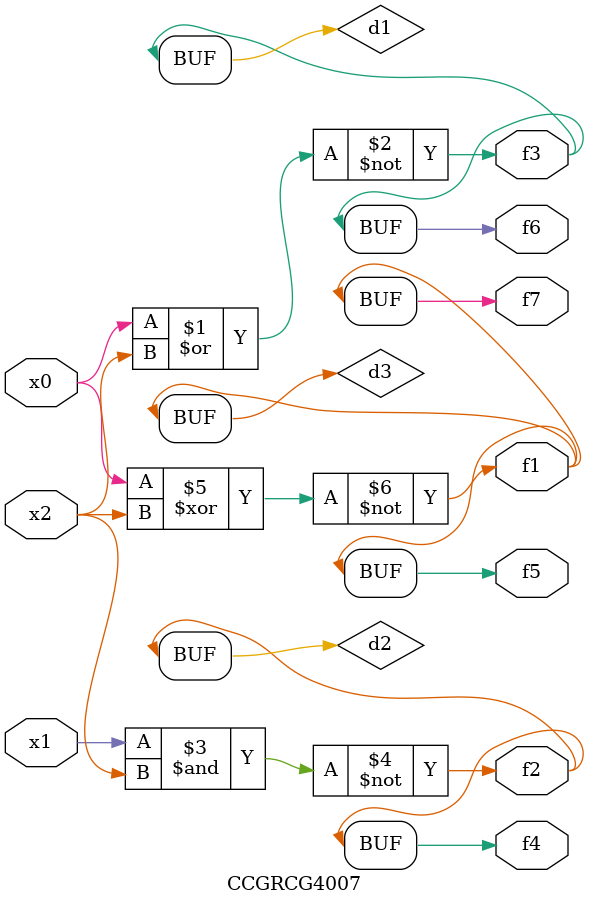
<source format=v>
module CCGRCG4007(
	input x0, x1, x2,
	output f1, f2, f3, f4, f5, f6, f7
);

	wire d1, d2, d3;

	nor (d1, x0, x2);
	nand (d2, x1, x2);
	xnor (d3, x0, x2);
	assign f1 = d3;
	assign f2 = d2;
	assign f3 = d1;
	assign f4 = d2;
	assign f5 = d3;
	assign f6 = d1;
	assign f7 = d3;
endmodule

</source>
